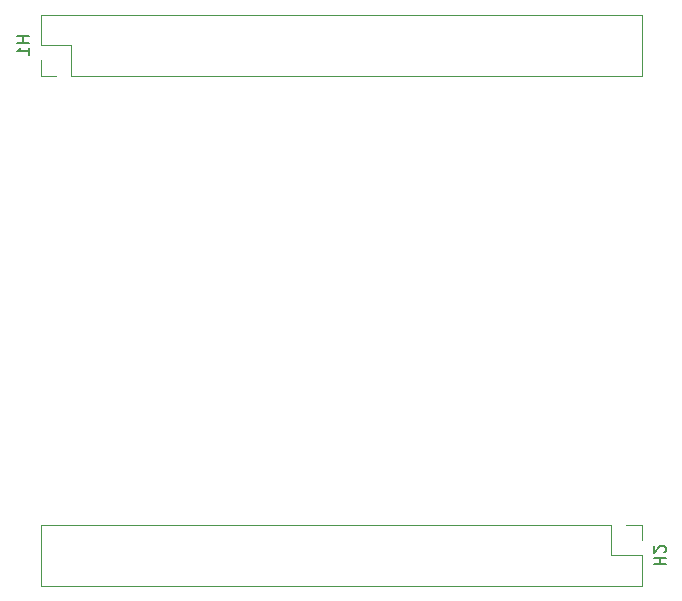
<source format=gbo>
G04 #@! TF.GenerationSoftware,KiCad,Pcbnew,(5.1.6)-1*
G04 #@! TF.CreationDate,2021-04-23T16:10:59+02:00*
G04 #@! TF.ProjectId,FK_fpga_shield,464b5f66-7067-4615-9f73-6869656c642e,rev?*
G04 #@! TF.SameCoordinates,Original*
G04 #@! TF.FileFunction,Legend,Bot*
G04 #@! TF.FilePolarity,Positive*
%FSLAX46Y46*%
G04 Gerber Fmt 4.6, Leading zero omitted, Abs format (unit mm)*
G04 Created by KiCad (PCBNEW (5.1.6)-1) date 2021-04-23 16:10:59*
%MOMM*%
%LPD*%
G01*
G04 APERTURE LIST*
%ADD10C,0.120000*%
%ADD11C,0.150000*%
%ADD12C,3.300000*%
%ADD13C,1.300000*%
%ADD14O,1.300000X1.900000*%
%ADD15O,1.900000X1.300000*%
%ADD16O,1.800000X1.800000*%
%ADD17R,1.800000X1.800000*%
%ADD18R,1.900000X1.900000*%
%ADD19C,1.900000*%
%ADD20C,3.100000*%
%ADD21C,1.700000*%
%ADD22R,1.700000X1.700000*%
%ADD23O,3.600000X2.100000*%
%ADD24O,2.100000X3.400000*%
%ADD25R,2.100000X4.100000*%
%ADD26R,1.300000X1.300000*%
%ADD27R,2.995600X2.995600*%
%ADD28O,1.850000X1.200000*%
G04 APERTURE END LIST*
D10*
X191690208Y-121480472D02*
X191690208Y-120150472D01*
X191690208Y-120150472D02*
X190360208Y-120150472D01*
X191690208Y-122750472D02*
X189090208Y-122750472D01*
X189090208Y-122750472D02*
X189090208Y-120150472D01*
X189090208Y-120150472D02*
X140770208Y-120150472D01*
X140770208Y-125350472D02*
X140770208Y-120150472D01*
X191690208Y-125350472D02*
X140770208Y-125350472D01*
X191690208Y-125350472D02*
X191690208Y-122750472D01*
X140770000Y-80840000D02*
X140770000Y-82170000D01*
X140770000Y-82170000D02*
X142100000Y-82170000D01*
X140770000Y-79570000D02*
X143370000Y-79570000D01*
X143370000Y-79570000D02*
X143370000Y-82170000D01*
X143370000Y-82170000D02*
X191690000Y-82170000D01*
X191690000Y-76970000D02*
X191690000Y-82170000D01*
X140770000Y-76970000D02*
X191690000Y-76970000D01*
X140770000Y-76970000D02*
X140770000Y-79570000D01*
D11*
X192677827Y-123512376D02*
X193677827Y-123512376D01*
X193201636Y-123512376D02*
X193201636Y-122940948D01*
X192677827Y-122940948D02*
X193677827Y-122940948D01*
X193582588Y-122512376D02*
X193630208Y-122464757D01*
X193677827Y-122369519D01*
X193677827Y-122131424D01*
X193630208Y-122036186D01*
X193582588Y-121988567D01*
X193487350Y-121940948D01*
X193392112Y-121940948D01*
X193249255Y-121988567D01*
X192677827Y-122559995D01*
X192677827Y-121940948D01*
X139782380Y-78808095D02*
X138782380Y-78808095D01*
X139258571Y-78808095D02*
X139258571Y-79379523D01*
X139782380Y-79379523D02*
X138782380Y-79379523D01*
X139782380Y-80379523D02*
X139782380Y-79808095D01*
X139782380Y-80093809D02*
X138782380Y-80093809D01*
X138925238Y-79998571D01*
X139020476Y-79903333D01*
X139068095Y-79808095D01*
%LPC*%
D12*
X200000000Y-139500000D03*
X199200000Y-63400000D03*
X86900000Y-68100000D03*
X96500000Y-134200000D03*
D13*
X76800000Y-155800000D03*
X86800000Y-155800000D03*
D14*
X84800000Y-153400000D03*
X82800000Y-153400000D03*
X80800000Y-153400000D03*
G36*
G01*
X78150000Y-154079168D02*
X78150000Y-152720832D01*
G75*
G02*
X78420832Y-152450000I270832J0D01*
G01*
X79179168Y-152450000D01*
G75*
G02*
X79450000Y-152720832I0J-270832D01*
G01*
X79450000Y-154079168D01*
G75*
G02*
X79179168Y-154350000I-270832J0D01*
G01*
X78420832Y-154350000D01*
G75*
G02*
X78150000Y-154079168I0J270832D01*
G01*
G37*
D13*
X89800000Y-155800000D03*
X99800000Y-155800000D03*
D14*
X97800000Y-153400000D03*
X95800000Y-153400000D03*
X93800000Y-153400000D03*
G36*
G01*
X91150000Y-154079168D02*
X91150000Y-152720832D01*
G75*
G02*
X91420832Y-152450000I270832J0D01*
G01*
X92179168Y-152450000D01*
G75*
G02*
X92450000Y-152720832I0J-270832D01*
G01*
X92450000Y-154079168D01*
G75*
G02*
X92179168Y-154350000I-270832J0D01*
G01*
X91420832Y-154350000D01*
G75*
G02*
X91150000Y-154079168I0J270832D01*
G01*
G37*
D13*
X102800000Y-155800000D03*
X112800000Y-155800000D03*
D14*
X110800000Y-153400000D03*
X108800000Y-153400000D03*
X106800000Y-153400000D03*
G36*
G01*
X104150000Y-154079168D02*
X104150000Y-152720832D01*
G75*
G02*
X104420832Y-152450000I270832J0D01*
G01*
X105179168Y-152450000D01*
G75*
G02*
X105450000Y-152720832I0J-270832D01*
G01*
X105450000Y-154079168D01*
G75*
G02*
X105179168Y-154350000I-270832J0D01*
G01*
X104420832Y-154350000D01*
G75*
G02*
X104150000Y-154079168I0J270832D01*
G01*
G37*
D13*
X115800000Y-155800000D03*
X125800000Y-155800000D03*
D14*
X123800000Y-153400000D03*
X121800000Y-153400000D03*
X119800000Y-153400000D03*
G36*
G01*
X117150000Y-154079168D02*
X117150000Y-152720832D01*
G75*
G02*
X117420832Y-152450000I270832J0D01*
G01*
X118179168Y-152450000D01*
G75*
G02*
X118450000Y-152720832I0J-270832D01*
G01*
X118450000Y-154079168D01*
G75*
G02*
X118179168Y-154350000I-270832J0D01*
G01*
X117420832Y-154350000D01*
G75*
G02*
X117150000Y-154079168I0J270832D01*
G01*
G37*
D13*
X128800000Y-155800000D03*
X138800000Y-155800000D03*
D14*
X136800000Y-153400000D03*
X134800000Y-153400000D03*
X132800000Y-153400000D03*
G36*
G01*
X130150000Y-154079168D02*
X130150000Y-152720832D01*
G75*
G02*
X130420832Y-152450000I270832J0D01*
G01*
X131179168Y-152450000D01*
G75*
G02*
X131450000Y-152720832I0J-270832D01*
G01*
X131450000Y-154079168D01*
G75*
G02*
X131179168Y-154350000I-270832J0D01*
G01*
X130420832Y-154350000D01*
G75*
G02*
X130150000Y-154079168I0J270832D01*
G01*
G37*
D13*
X141800000Y-155800000D03*
X151800000Y-155800000D03*
D14*
X149800000Y-153400000D03*
X147800000Y-153400000D03*
X145800000Y-153400000D03*
G36*
G01*
X143150000Y-154079168D02*
X143150000Y-152720832D01*
G75*
G02*
X143420832Y-152450000I270832J0D01*
G01*
X144179168Y-152450000D01*
G75*
G02*
X144450000Y-152720832I0J-270832D01*
G01*
X144450000Y-154079168D01*
G75*
G02*
X144179168Y-154350000I-270832J0D01*
G01*
X143420832Y-154350000D01*
G75*
G02*
X143150000Y-154079168I0J270832D01*
G01*
G37*
D13*
X154800000Y-155800000D03*
X164800000Y-155800000D03*
D14*
X162800000Y-153400000D03*
X160800000Y-153400000D03*
X158800000Y-153400000D03*
G36*
G01*
X156150000Y-154079168D02*
X156150000Y-152720832D01*
G75*
G02*
X156420832Y-152450000I270832J0D01*
G01*
X157179168Y-152450000D01*
G75*
G02*
X157450000Y-152720832I0J-270832D01*
G01*
X157450000Y-154079168D01*
G75*
G02*
X157179168Y-154350000I-270832J0D01*
G01*
X156420832Y-154350000D01*
G75*
G02*
X156150000Y-154079168I0J270832D01*
G01*
G37*
D13*
X167800000Y-155800000D03*
X177800000Y-155800000D03*
D14*
X175800000Y-153400000D03*
X173800000Y-153400000D03*
X171800000Y-153400000D03*
G36*
G01*
X169150000Y-154079168D02*
X169150000Y-152720832D01*
G75*
G02*
X169420832Y-152450000I270832J0D01*
G01*
X170179168Y-152450000D01*
G75*
G02*
X170450000Y-152720832I0J-270832D01*
G01*
X170450000Y-154079168D01*
G75*
G02*
X170179168Y-154350000I-270832J0D01*
G01*
X169420832Y-154350000D01*
G75*
G02*
X169150000Y-154079168I0J270832D01*
G01*
G37*
D13*
X180800000Y-155800000D03*
X190800000Y-155800000D03*
D14*
X188800000Y-153400000D03*
X186800000Y-153400000D03*
X184800000Y-153400000D03*
G36*
G01*
X182150000Y-154079168D02*
X182150000Y-152720832D01*
G75*
G02*
X182420832Y-152450000I270832J0D01*
G01*
X183179168Y-152450000D01*
G75*
G02*
X183450000Y-152720832I0J-270832D01*
G01*
X183450000Y-154079168D01*
G75*
G02*
X183179168Y-154350000I-270832J0D01*
G01*
X182420832Y-154350000D01*
G75*
G02*
X182150000Y-154079168I0J270832D01*
G01*
G37*
D13*
X193800000Y-155800000D03*
X203800000Y-155800000D03*
D14*
X201800000Y-153400000D03*
X199800000Y-153400000D03*
X197800000Y-153400000D03*
G36*
G01*
X195150000Y-154079168D02*
X195150000Y-152720832D01*
G75*
G02*
X195420832Y-152450000I270832J0D01*
G01*
X196179168Y-152450000D01*
G75*
G02*
X196450000Y-152720832I0J-270832D01*
G01*
X196450000Y-154079168D01*
G75*
G02*
X196179168Y-154350000I-270832J0D01*
G01*
X195420832Y-154350000D01*
G75*
G02*
X195150000Y-154079168I0J270832D01*
G01*
G37*
D13*
X206800000Y-155800000D03*
X216800000Y-155800000D03*
D14*
X214800000Y-153400000D03*
X212800000Y-153400000D03*
X210800000Y-153400000D03*
G36*
G01*
X208150000Y-154079168D02*
X208150000Y-152720832D01*
G75*
G02*
X208420832Y-152450000I270832J0D01*
G01*
X209179168Y-152450000D01*
G75*
G02*
X209450000Y-152720832I0J-270832D01*
G01*
X209450000Y-154079168D01*
G75*
G02*
X209179168Y-154350000I-270832J0D01*
G01*
X208420832Y-154350000D01*
G75*
G02*
X208150000Y-154079168I0J270832D01*
G01*
G37*
D13*
X219800000Y-155800000D03*
X229800000Y-155800000D03*
D14*
X227800000Y-153400000D03*
X225800000Y-153400000D03*
X223800000Y-153400000D03*
G36*
G01*
X221150000Y-154079168D02*
X221150000Y-152720832D01*
G75*
G02*
X221420832Y-152450000I270832J0D01*
G01*
X222179168Y-152450000D01*
G75*
G02*
X222450000Y-152720832I0J-270832D01*
G01*
X222450000Y-154079168D01*
G75*
G02*
X222179168Y-154350000I-270832J0D01*
G01*
X221420832Y-154350000D01*
G75*
G02*
X221150000Y-154079168I0J270832D01*
G01*
G37*
D13*
X232800000Y-155800000D03*
X242800000Y-155800000D03*
D14*
X240800000Y-153400000D03*
X238800000Y-153400000D03*
X236800000Y-153400000D03*
G36*
G01*
X234150000Y-154079168D02*
X234150000Y-152720832D01*
G75*
G02*
X234420832Y-152450000I270832J0D01*
G01*
X235179168Y-152450000D01*
G75*
G02*
X235450000Y-152720832I0J-270832D01*
G01*
X235450000Y-154079168D01*
G75*
G02*
X235179168Y-154350000I-270832J0D01*
G01*
X234420832Y-154350000D01*
G75*
G02*
X234150000Y-154079168I0J270832D01*
G01*
G37*
D13*
X245800000Y-155800000D03*
X255800000Y-155800000D03*
D14*
X253800000Y-153400000D03*
X251800000Y-153400000D03*
X249800000Y-153400000D03*
G36*
G01*
X247150000Y-154079168D02*
X247150000Y-152720832D01*
G75*
G02*
X247420832Y-152450000I270832J0D01*
G01*
X248179168Y-152450000D01*
G75*
G02*
X248450000Y-152720832I0J-270832D01*
G01*
X248450000Y-154079168D01*
G75*
G02*
X248179168Y-154350000I-270832J0D01*
G01*
X247420832Y-154350000D01*
G75*
G02*
X247150000Y-154079168I0J270832D01*
G01*
G37*
D13*
X249400000Y-145400000D03*
X249400000Y-135400000D03*
D15*
X247000000Y-137400000D03*
X247000000Y-139400000D03*
X247000000Y-141400000D03*
G36*
G01*
X247679168Y-144050000D02*
X246320832Y-144050000D01*
G75*
G02*
X246050000Y-143779168I0J270832D01*
G01*
X246050000Y-143020832D01*
G75*
G02*
X246320832Y-142750000I270832J0D01*
G01*
X247679168Y-142750000D01*
G75*
G02*
X247950000Y-143020832I0J-270832D01*
G01*
X247950000Y-143779168D01*
G75*
G02*
X247679168Y-144050000I-270832J0D01*
G01*
G37*
D13*
X249400000Y-132350000D03*
X249400000Y-122350000D03*
D15*
X247000000Y-124350000D03*
X247000000Y-126350000D03*
X247000000Y-128350000D03*
G36*
G01*
X247679168Y-131000000D02*
X246320832Y-131000000D01*
G75*
G02*
X246050000Y-130729168I0J270832D01*
G01*
X246050000Y-129970832D01*
G75*
G02*
X246320832Y-129700000I270832J0D01*
G01*
X247679168Y-129700000D01*
G75*
G02*
X247950000Y-129970832I0J-270832D01*
G01*
X247950000Y-130729168D01*
G75*
G02*
X247679168Y-131000000I-270832J0D01*
G01*
G37*
D13*
X249400000Y-119350000D03*
X249400000Y-109350000D03*
D15*
X247000000Y-111350000D03*
X247000000Y-113350000D03*
X247000000Y-115350000D03*
G36*
G01*
X247679168Y-118000000D02*
X246320832Y-118000000D01*
G75*
G02*
X246050000Y-117729168I0J270832D01*
G01*
X246050000Y-116970832D01*
G75*
G02*
X246320832Y-116700000I270832J0D01*
G01*
X247679168Y-116700000D01*
G75*
G02*
X247950000Y-116970832I0J-270832D01*
G01*
X247950000Y-117729168D01*
G75*
G02*
X247679168Y-118000000I-270832J0D01*
G01*
G37*
D13*
X249400000Y-106250000D03*
X249400000Y-96250000D03*
D15*
X247000000Y-98250000D03*
X247000000Y-100250000D03*
X247000000Y-102250000D03*
G36*
G01*
X247679168Y-104900000D02*
X246320832Y-104900000D01*
G75*
G02*
X246050000Y-104629168I0J270832D01*
G01*
X246050000Y-103870832D01*
G75*
G02*
X246320832Y-103600000I270832J0D01*
G01*
X247679168Y-103600000D01*
G75*
G02*
X247950000Y-103870832I0J-270832D01*
G01*
X247950000Y-104629168D01*
G75*
G02*
X247679168Y-104900000I-270832J0D01*
G01*
G37*
D13*
X249400000Y-93250000D03*
X249400000Y-83250000D03*
D15*
X247000000Y-85250000D03*
X247000000Y-87250000D03*
X247000000Y-89250000D03*
G36*
G01*
X247679168Y-91900000D02*
X246320832Y-91900000D01*
G75*
G02*
X246050000Y-91629168I0J270832D01*
G01*
X246050000Y-90870832D01*
G75*
G02*
X246320832Y-90600000I270832J0D01*
G01*
X247679168Y-90600000D01*
G75*
G02*
X247950000Y-90870832I0J-270832D01*
G01*
X247950000Y-91629168D01*
G75*
G02*
X247679168Y-91900000I-270832J0D01*
G01*
G37*
D13*
X249400000Y-80250000D03*
X249400000Y-70250000D03*
D15*
X247000000Y-72250000D03*
X247000000Y-74250000D03*
X247000000Y-76250000D03*
G36*
G01*
X247679168Y-78900000D02*
X246320832Y-78900000D01*
G75*
G02*
X246050000Y-78629168I0J270832D01*
G01*
X246050000Y-77870832D01*
G75*
G02*
X246320832Y-77600000I270832J0D01*
G01*
X247679168Y-77600000D01*
G75*
G02*
X247950000Y-77870832I0J-270832D01*
G01*
X247950000Y-78629168D01*
G75*
G02*
X247679168Y-78900000I-270832J0D01*
G01*
G37*
D13*
X249400000Y-67250000D03*
X249400000Y-57250000D03*
D15*
X247000000Y-59250000D03*
X247000000Y-61250000D03*
X247000000Y-63250000D03*
G36*
G01*
X247679168Y-65900000D02*
X246320832Y-65900000D01*
G75*
G02*
X246050000Y-65629168I0J270832D01*
G01*
X246050000Y-64870832D01*
G75*
G02*
X246320832Y-64600000I270832J0D01*
G01*
X247679168Y-64600000D01*
G75*
G02*
X247950000Y-64870832I0J-270832D01*
G01*
X247950000Y-65629168D01*
G75*
G02*
X247679168Y-65900000I-270832J0D01*
G01*
G37*
D13*
X255850000Y-46400000D03*
X245850000Y-46400000D03*
D14*
X247850000Y-48800000D03*
X249850000Y-48800000D03*
X251850000Y-48800000D03*
G36*
G01*
X254500000Y-48120832D02*
X254500000Y-49479168D01*
G75*
G02*
X254229168Y-49750000I-270832J0D01*
G01*
X253470832Y-49750000D01*
G75*
G02*
X253200000Y-49479168I0J270832D01*
G01*
X253200000Y-48120832D01*
G75*
G02*
X253470832Y-47850000I270832J0D01*
G01*
X254229168Y-47850000D01*
G75*
G02*
X254500000Y-48120832I0J-270832D01*
G01*
G37*
D13*
X242800000Y-46400000D03*
X232800000Y-46400000D03*
D14*
X234800000Y-48800000D03*
X236800000Y-48800000D03*
X238800000Y-48800000D03*
G36*
G01*
X241450000Y-48120832D02*
X241450000Y-49479168D01*
G75*
G02*
X241179168Y-49750000I-270832J0D01*
G01*
X240420832Y-49750000D01*
G75*
G02*
X240150000Y-49479168I0J270832D01*
G01*
X240150000Y-48120832D01*
G75*
G02*
X240420832Y-47850000I270832J0D01*
G01*
X241179168Y-47850000D01*
G75*
G02*
X241450000Y-48120832I0J-270832D01*
G01*
G37*
D13*
X229800000Y-46400000D03*
X219800000Y-46400000D03*
D14*
X221800000Y-48800000D03*
X223800000Y-48800000D03*
X225800000Y-48800000D03*
G36*
G01*
X228450000Y-48120832D02*
X228450000Y-49479168D01*
G75*
G02*
X228179168Y-49750000I-270832J0D01*
G01*
X227420832Y-49750000D01*
G75*
G02*
X227150000Y-49479168I0J270832D01*
G01*
X227150000Y-48120832D01*
G75*
G02*
X227420832Y-47850000I270832J0D01*
G01*
X228179168Y-47850000D01*
G75*
G02*
X228450000Y-48120832I0J-270832D01*
G01*
G37*
D13*
X216800000Y-46400000D03*
X206800000Y-46400000D03*
D14*
X208800000Y-48800000D03*
X210800000Y-48800000D03*
X212800000Y-48800000D03*
G36*
G01*
X215450000Y-48120832D02*
X215450000Y-49479168D01*
G75*
G02*
X215179168Y-49750000I-270832J0D01*
G01*
X214420832Y-49750000D01*
G75*
G02*
X214150000Y-49479168I0J270832D01*
G01*
X214150000Y-48120832D01*
G75*
G02*
X214420832Y-47850000I270832J0D01*
G01*
X215179168Y-47850000D01*
G75*
G02*
X215450000Y-48120832I0J-270832D01*
G01*
G37*
D13*
X203800000Y-46400000D03*
X193800000Y-46400000D03*
D14*
X195800000Y-48800000D03*
X197800000Y-48800000D03*
X199800000Y-48800000D03*
G36*
G01*
X202450000Y-48120832D02*
X202450000Y-49479168D01*
G75*
G02*
X202179168Y-49750000I-270832J0D01*
G01*
X201420832Y-49750000D01*
G75*
G02*
X201150000Y-49479168I0J270832D01*
G01*
X201150000Y-48120832D01*
G75*
G02*
X201420832Y-47850000I270832J0D01*
G01*
X202179168Y-47850000D01*
G75*
G02*
X202450000Y-48120832I0J-270832D01*
G01*
G37*
D13*
X190800000Y-46400000D03*
X180800000Y-46400000D03*
D14*
X182800000Y-48800000D03*
X184800000Y-48800000D03*
X186800000Y-48800000D03*
G36*
G01*
X189450000Y-48120832D02*
X189450000Y-49479168D01*
G75*
G02*
X189179168Y-49750000I-270832J0D01*
G01*
X188420832Y-49750000D01*
G75*
G02*
X188150000Y-49479168I0J270832D01*
G01*
X188150000Y-48120832D01*
G75*
G02*
X188420832Y-47850000I270832J0D01*
G01*
X189179168Y-47850000D01*
G75*
G02*
X189450000Y-48120832I0J-270832D01*
G01*
G37*
D13*
X177800000Y-46400000D03*
X167800000Y-46400000D03*
D14*
X169800000Y-48800000D03*
X171800000Y-48800000D03*
X173800000Y-48800000D03*
G36*
G01*
X176450000Y-48120832D02*
X176450000Y-49479168D01*
G75*
G02*
X176179168Y-49750000I-270832J0D01*
G01*
X175420832Y-49750000D01*
G75*
G02*
X175150000Y-49479168I0J270832D01*
G01*
X175150000Y-48120832D01*
G75*
G02*
X175420832Y-47850000I270832J0D01*
G01*
X176179168Y-47850000D01*
G75*
G02*
X176450000Y-48120832I0J-270832D01*
G01*
G37*
D13*
X164800000Y-46400000D03*
X154800000Y-46400000D03*
D14*
X156800000Y-48800000D03*
X158800000Y-48800000D03*
X160800000Y-48800000D03*
G36*
G01*
X163450000Y-48120832D02*
X163450000Y-49479168D01*
G75*
G02*
X163179168Y-49750000I-270832J0D01*
G01*
X162420832Y-49750000D01*
G75*
G02*
X162150000Y-49479168I0J270832D01*
G01*
X162150000Y-48120832D01*
G75*
G02*
X162420832Y-47850000I270832J0D01*
G01*
X163179168Y-47850000D01*
G75*
G02*
X163450000Y-48120832I0J-270832D01*
G01*
G37*
D13*
X151800000Y-46400000D03*
X141800000Y-46400000D03*
D14*
X143800000Y-48800000D03*
X145800000Y-48800000D03*
X147800000Y-48800000D03*
G36*
G01*
X150450000Y-48120832D02*
X150450000Y-49479168D01*
G75*
G02*
X150179168Y-49750000I-270832J0D01*
G01*
X149420832Y-49750000D01*
G75*
G02*
X149150000Y-49479168I0J270832D01*
G01*
X149150000Y-48120832D01*
G75*
G02*
X149420832Y-47850000I270832J0D01*
G01*
X150179168Y-47850000D01*
G75*
G02*
X150450000Y-48120832I0J-270832D01*
G01*
G37*
D13*
X138800000Y-46400000D03*
X128800000Y-46400000D03*
D14*
X130800000Y-48800000D03*
X132800000Y-48800000D03*
X134800000Y-48800000D03*
G36*
G01*
X137450000Y-48120832D02*
X137450000Y-49479168D01*
G75*
G02*
X137179168Y-49750000I-270832J0D01*
G01*
X136420832Y-49750000D01*
G75*
G02*
X136150000Y-49479168I0J270832D01*
G01*
X136150000Y-48120832D01*
G75*
G02*
X136420832Y-47850000I270832J0D01*
G01*
X137179168Y-47850000D01*
G75*
G02*
X137450000Y-48120832I0J-270832D01*
G01*
G37*
D13*
X125800000Y-46400000D03*
X115800000Y-46400000D03*
D14*
X117800000Y-48800000D03*
X119800000Y-48800000D03*
X121800000Y-48800000D03*
G36*
G01*
X124450000Y-48120832D02*
X124450000Y-49479168D01*
G75*
G02*
X124179168Y-49750000I-270832J0D01*
G01*
X123420832Y-49750000D01*
G75*
G02*
X123150000Y-49479168I0J270832D01*
G01*
X123150000Y-48120832D01*
G75*
G02*
X123420832Y-47850000I270832J0D01*
G01*
X124179168Y-47850000D01*
G75*
G02*
X124450000Y-48120832I0J-270832D01*
G01*
G37*
D13*
X112800000Y-46400000D03*
X102800000Y-46400000D03*
D14*
X104800000Y-48800000D03*
X106800000Y-48800000D03*
X108800000Y-48800000D03*
G36*
G01*
X111450000Y-48120832D02*
X111450000Y-49479168D01*
G75*
G02*
X111179168Y-49750000I-270832J0D01*
G01*
X110420832Y-49750000D01*
G75*
G02*
X110150000Y-49479168I0J270832D01*
G01*
X110150000Y-48120832D01*
G75*
G02*
X110420832Y-47850000I270832J0D01*
G01*
X111179168Y-47850000D01*
G75*
G02*
X111450000Y-48120832I0J-270832D01*
G01*
G37*
D13*
X99800000Y-46400000D03*
X89800000Y-46400000D03*
D14*
X91800000Y-48800000D03*
X93800000Y-48800000D03*
X95800000Y-48800000D03*
G36*
G01*
X98450000Y-48120832D02*
X98450000Y-49479168D01*
G75*
G02*
X98179168Y-49750000I-270832J0D01*
G01*
X97420832Y-49750000D01*
G75*
G02*
X97150000Y-49479168I0J270832D01*
G01*
X97150000Y-48120832D01*
G75*
G02*
X97420832Y-47850000I270832J0D01*
G01*
X98179168Y-47850000D01*
G75*
G02*
X98450000Y-48120832I0J-270832D01*
G01*
G37*
D13*
X86800000Y-46400000D03*
X76800000Y-46400000D03*
D14*
X78800000Y-48800000D03*
X80800000Y-48800000D03*
X82800000Y-48800000D03*
G36*
G01*
X85450000Y-48120832D02*
X85450000Y-49479168D01*
G75*
G02*
X85179168Y-49750000I-270832J0D01*
G01*
X84420832Y-49750000D01*
G75*
G02*
X84150000Y-49479168I0J270832D01*
G01*
X84150000Y-48120832D01*
G75*
G02*
X84420832Y-47850000I270832J0D01*
G01*
X85179168Y-47850000D01*
G75*
G02*
X85450000Y-48120832I0J-270832D01*
G01*
G37*
D16*
X84140000Y-141720000D03*
X81600000Y-141720000D03*
X84140000Y-139180000D03*
X81600000Y-139180000D03*
X84140000Y-136640000D03*
X81600000Y-136640000D03*
X84140000Y-134100000D03*
D17*
X81600000Y-134100000D03*
D18*
X93000000Y-94000000D03*
D19*
X98000000Y-94000000D03*
X93000000Y-99000000D03*
X98000000Y-99000000D03*
X95500000Y-96500000D03*
X95500000Y-91500000D03*
D20*
X253800000Y-148900000D03*
X78800000Y-148950000D03*
X253800000Y-53150000D03*
X78800000Y-53600000D03*
D21*
X131500000Y-95100000D03*
D22*
X129000000Y-95100000D03*
D21*
X123500000Y-95100000D03*
D22*
X121000000Y-95100000D03*
D21*
X115500000Y-95100000D03*
D22*
X113000000Y-95100000D03*
D21*
X107500000Y-95100000D03*
D22*
X105000000Y-95100000D03*
D21*
X78300000Y-96500000D03*
D23*
X80300000Y-101000000D03*
X80300000Y-92000000D03*
D24*
X81300000Y-96500000D03*
D25*
X87300000Y-96500000D03*
D13*
X100100000Y-122000000D03*
D26*
X98600000Y-122000000D03*
D16*
X142100208Y-124020472D03*
X142100208Y-121480472D03*
X144640208Y-124020472D03*
X144640208Y-121480472D03*
X147180208Y-124020472D03*
X147180208Y-121480472D03*
X149720208Y-124020472D03*
X149720208Y-121480472D03*
X152260208Y-124020472D03*
X152260208Y-121480472D03*
X154800208Y-124020472D03*
X154800208Y-121480472D03*
X157340208Y-124020472D03*
X157340208Y-121480472D03*
X159880208Y-124020472D03*
X159880208Y-121480472D03*
X162420208Y-124020472D03*
X162420208Y-121480472D03*
X164960208Y-124020472D03*
X164960208Y-121480472D03*
X167500208Y-124020472D03*
X167500208Y-121480472D03*
X170040208Y-124020472D03*
X170040208Y-121480472D03*
X172580208Y-124020472D03*
X172580208Y-121480472D03*
X175120208Y-124020472D03*
X175120208Y-121480472D03*
X177660208Y-124020472D03*
X177660208Y-121480472D03*
X180200208Y-124020472D03*
X180200208Y-121480472D03*
X182740208Y-124020472D03*
X182740208Y-121480472D03*
X185280208Y-124020472D03*
X185280208Y-121480472D03*
X187820208Y-124020472D03*
X187820208Y-121480472D03*
X190360208Y-124020472D03*
D17*
X190360208Y-121480472D03*
D16*
X190360000Y-78300000D03*
X190360000Y-80840000D03*
X187820000Y-78300000D03*
X187820000Y-80840000D03*
X185280000Y-78300000D03*
X185280000Y-80840000D03*
X182740000Y-78300000D03*
X182740000Y-80840000D03*
X180200000Y-78300000D03*
X180200000Y-80840000D03*
X177660000Y-78300000D03*
X177660000Y-80840000D03*
X175120000Y-78300000D03*
X175120000Y-80840000D03*
X172580000Y-78300000D03*
X172580000Y-80840000D03*
X170040000Y-78300000D03*
X170040000Y-80840000D03*
X167500000Y-78300000D03*
X167500000Y-80840000D03*
X164960000Y-78300000D03*
X164960000Y-80840000D03*
X162420000Y-78300000D03*
X162420000Y-80840000D03*
X159880000Y-78300000D03*
X159880000Y-80840000D03*
X157340000Y-78300000D03*
X157340000Y-80840000D03*
X154800000Y-78300000D03*
X154800000Y-80840000D03*
X152260000Y-78300000D03*
X152260000Y-80840000D03*
X149720000Y-78300000D03*
X149720000Y-80840000D03*
X147180000Y-78300000D03*
X147180000Y-80840000D03*
X144640000Y-78300000D03*
X144640000Y-80840000D03*
X142100000Y-78300000D03*
D17*
X142100000Y-80840000D03*
D27*
X79250000Y-116550000D03*
X79250000Y-123450000D03*
D28*
X82800000Y-119200000D03*
X82800000Y-120800000D03*
X84600000Y-118400000D03*
X84600000Y-121600000D03*
X84600000Y-120000000D03*
M02*

</source>
